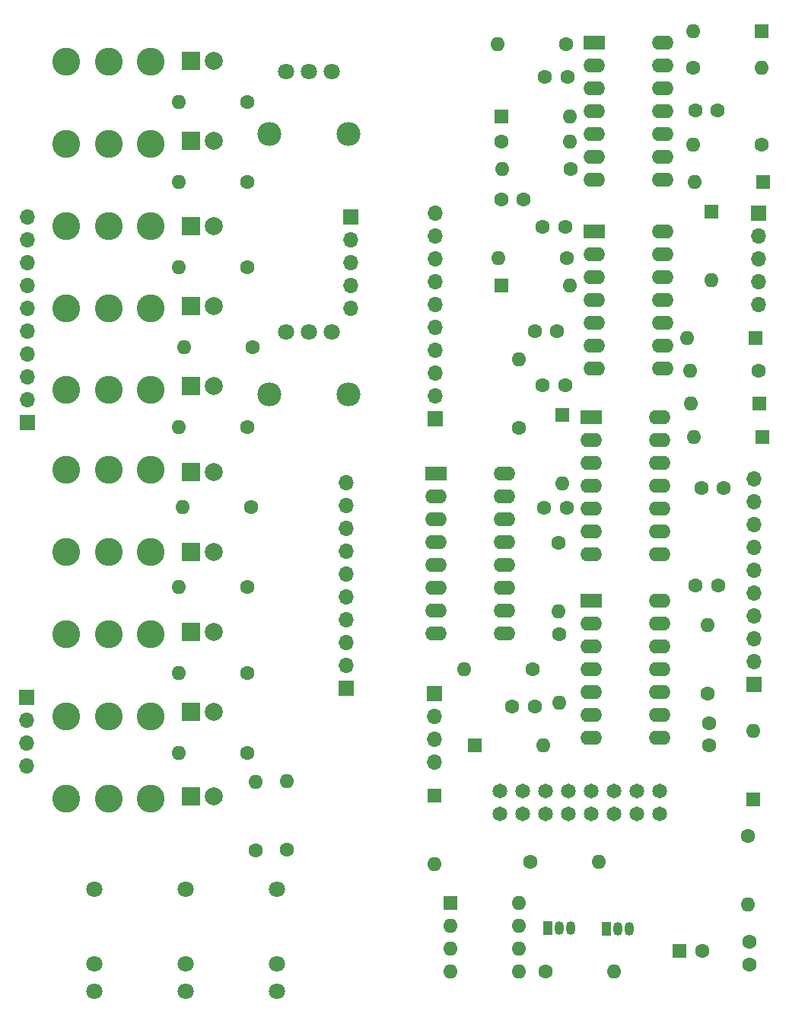
<source format=gbr>
%TF.GenerationSoftware,KiCad,Pcbnew,7.0.9-7.0.9~ubuntu22.04.1*%
%TF.CreationDate,2024-01-18T19:04:47-05:00*%
%TF.ProjectId,deca-ring-counter,64656361-2d72-4696-9e67-2d636f756e74,rev?*%
%TF.SameCoordinates,Original*%
%TF.FileFunction,Soldermask,Top*%
%TF.FilePolarity,Negative*%
%FSLAX46Y46*%
G04 Gerber Fmt 4.6, Leading zero omitted, Abs format (unit mm)*
G04 Created by KiCad (PCBNEW 7.0.9-7.0.9~ubuntu22.04.1) date 2024-01-18 19:04:47*
%MOMM*%
%LPD*%
G01*
G04 APERTURE LIST*
%ADD10R,1.050000X1.500000*%
%ADD11O,1.050000X1.500000*%
%ADD12C,1.600000*%
%ADD13O,1.600000X1.600000*%
%ADD14C,2.000000*%
%ADD15R,2.000000X2.000000*%
%ADD16R,1.600000X1.600000*%
%ADD17C,1.800000*%
%ADD18C,3.100000*%
%ADD19R,1.700000X1.700000*%
%ADD20O,1.700000X1.700000*%
%ADD21R,2.400000X1.600000*%
%ADD22O,2.400000X1.600000*%
%ADD23C,2.667000*%
%ADD24C,1.803400*%
%ADD25C,1.651000*%
G04 APERTURE END LIST*
D10*
%TO.C,Q2*%
X144730000Y-141060000D03*
D11*
X146000000Y-141060000D03*
X147270000Y-141060000D03*
%TD*%
D12*
%TO.C,R8*%
X136290000Y-133600000D03*
D13*
X143910000Y-133600000D03*
%TD*%
D12*
%TO.C,R6*%
X162000000Y-53900000D03*
D13*
X154380000Y-53900000D03*
%TD*%
D12*
%TO.C,C8*%
X136793000Y-74616000D03*
X139293000Y-74616000D03*
%TD*%
D14*
%TO.C,D20*%
X101055000Y-116995000D03*
D15*
X98515000Y-116995000D03*
%TD*%
D16*
%TO.C,D5*%
X161810000Y-82700000D03*
D13*
X154190000Y-82700000D03*
%TD*%
D12*
%TO.C,R7*%
X140349000Y-66488000D03*
D13*
X132729000Y-66488000D03*
%TD*%
D16*
%TO.C,D22*%
X156400000Y-61300000D03*
D13*
X156400000Y-68920000D03*
%TD*%
D12*
%TO.C,C12*%
X140350000Y-94300000D03*
X137850000Y-94300000D03*
%TD*%
D13*
%TO.C,R22*%
X97158860Y-121514000D03*
D12*
X104778860Y-121514000D03*
%TD*%
D17*
%TO.C,J1*%
X87810000Y-136657000D03*
X87810000Y-144957000D03*
X87810000Y-148057000D03*
%TD*%
D16*
%TO.C,D11*%
X125600000Y-126290000D03*
D13*
X125600000Y-133910000D03*
%TD*%
D14*
%TO.C,D15*%
X101055000Y-71811252D03*
D15*
X98515000Y-71811252D03*
%TD*%
D13*
%TO.C,R19*%
X97569000Y-94209000D03*
D12*
X105189000Y-94209000D03*
%TD*%
D13*
%TO.C,R20*%
X97158860Y-103099000D03*
D12*
X104778860Y-103099000D03*
%TD*%
D16*
%TO.C,D7*%
X130090000Y-120700000D03*
D13*
X137710000Y-120700000D03*
%TD*%
D18*
%TO.C,SW4*%
X94058860Y-72057000D03*
X89358860Y-72057000D03*
X84658860Y-72057000D03*
%TD*%
%TO.C,SW1*%
X94058860Y-44679000D03*
X89358860Y-44679000D03*
X84658860Y-44679000D03*
%TD*%
D14*
%TO.C,D12*%
X101055000Y-44527000D03*
D15*
X98515000Y-44527000D03*
%TD*%
D16*
%TO.C,D10*%
X133110000Y-69536000D03*
D13*
X140730000Y-69536000D03*
%TD*%
D14*
%TO.C,D19*%
X101055000Y-108027000D03*
D15*
X98515000Y-108027000D03*
%TD*%
D17*
%TO.C,J2*%
X97960000Y-136657000D03*
X97960000Y-144957000D03*
X97960000Y-148057000D03*
%TD*%
D12*
%TO.C,R2*%
X140310000Y-42700000D03*
D13*
X132690000Y-42700000D03*
%TD*%
D19*
%TO.C,J5*%
X125590000Y-114927531D03*
D20*
X125590000Y-117467531D03*
X125590000Y-120007531D03*
X125590000Y-122547531D03*
%TD*%
D18*
%TO.C,SW8*%
X94058860Y-108319500D03*
X89358860Y-108319500D03*
X84658860Y-108319500D03*
%TD*%
D21*
%TO.C,U3*%
X143400000Y-63560000D03*
D22*
X143400000Y-66100000D03*
X143400000Y-68640000D03*
X143400000Y-71180000D03*
X143400000Y-73720000D03*
X143400000Y-76260000D03*
X143400000Y-78800000D03*
X151020000Y-78800000D03*
X151020000Y-76260000D03*
X151020000Y-73720000D03*
X151020000Y-71180000D03*
X151020000Y-68640000D03*
X151020000Y-66100000D03*
X151020000Y-63560000D03*
%TD*%
D19*
%TO.C,J10*%
X161180000Y-113891643D03*
D20*
X161180000Y-111351643D03*
X161180000Y-108811643D03*
X161180000Y-106271643D03*
X161180000Y-103731643D03*
X161180000Y-101191643D03*
X161180000Y-98651643D03*
X161180000Y-96111643D03*
X161180000Y-93571643D03*
X161180000Y-91031643D03*
%TD*%
D12*
%TO.C,C3*%
X156200000Y-120700000D03*
X156200000Y-118200000D03*
%TD*%
D14*
%TO.C,D18*%
X101055000Y-99137000D03*
D15*
X98515000Y-99137000D03*
%TD*%
D12*
%TO.C,C2*%
X140434000Y-46312000D03*
X137934000Y-46312000D03*
%TD*%
D13*
%TO.C,R23*%
X105758860Y-124769000D03*
D12*
X105758860Y-132389000D03*
%TD*%
D19*
%TO.C,J8*%
X125700000Y-84371643D03*
D20*
X125700000Y-81831643D03*
X125700000Y-79291643D03*
X125700000Y-76751643D03*
X125700000Y-74211643D03*
X125700000Y-71671643D03*
X125700000Y-69131643D03*
X125700000Y-66591643D03*
X125700000Y-64051643D03*
X125700000Y-61511643D03*
%TD*%
D16*
%TO.C,D2*%
X162210000Y-58000000D03*
D13*
X154590000Y-58000000D03*
%TD*%
D16*
%TO.C,D1*%
X133110000Y-50740000D03*
D13*
X140730000Y-50740000D03*
%TD*%
D18*
%TO.C,SW6*%
X94058860Y-90067500D03*
X89358860Y-90067500D03*
X84658860Y-90067500D03*
%TD*%
D12*
%TO.C,C4*%
X135534000Y-59962000D03*
X133034000Y-59962000D03*
%TD*%
D18*
%TO.C,SW3*%
X94058860Y-62931000D03*
X89358860Y-62931000D03*
X84658860Y-62931000D03*
%TD*%
D13*
%TO.C,R15*%
X97158860Y-58014000D03*
D12*
X104778860Y-58014000D03*
%TD*%
D13*
%TO.C,R16*%
X97158860Y-67539000D03*
D12*
X104778860Y-67539000D03*
%TD*%
D14*
%TO.C,D17*%
X101055000Y-90247000D03*
D15*
X98515000Y-90247000D03*
%TD*%
D18*
%TO.C,SW7*%
X94058860Y-99193500D03*
X89358860Y-99193500D03*
X84658860Y-99193500D03*
%TD*%
D16*
%TO.C,U4*%
X127420000Y-138247531D03*
D13*
X127420000Y-140787531D03*
X127420000Y-143327531D03*
X127420000Y-145867531D03*
X135040000Y-145867531D03*
X135040000Y-143327531D03*
X135040000Y-140787531D03*
X135040000Y-138247531D03*
%TD*%
D17*
%TO.C,J3*%
X108110000Y-136657000D03*
X108110000Y-144957000D03*
X108110000Y-148057000D03*
%TD*%
D18*
%TO.C,SW9*%
X94058860Y-117445500D03*
X89358860Y-117445500D03*
X84658860Y-117445500D03*
%TD*%
D23*
%TO.C,RV2*%
X107255000Y-52729000D03*
X116043400Y-52729000D03*
D24*
X109109200Y-45718600D03*
X111649200Y-45718600D03*
X114189200Y-45718600D03*
%TD*%
D12*
%TO.C,C10*%
X140184000Y-80612000D03*
X137684000Y-80612000D03*
%TD*%
D21*
%TO.C,U2*%
X125800000Y-90440000D03*
D22*
X125800000Y-92980000D03*
X125800000Y-95520000D03*
X125800000Y-98060000D03*
X125800000Y-100600000D03*
X125800000Y-103140000D03*
X125800000Y-105680000D03*
X125800000Y-108220000D03*
X133420000Y-108220000D03*
X133420000Y-105680000D03*
X133420000Y-103140000D03*
X133420000Y-100600000D03*
X133420000Y-98060000D03*
X133420000Y-95520000D03*
X133420000Y-92980000D03*
X133420000Y-90440000D03*
%TD*%
D10*
%TO.C,Q1*%
X138230000Y-140960000D03*
D11*
X139500000Y-140960000D03*
X140770000Y-140960000D03*
%TD*%
D12*
%TO.C,C6*%
X157150000Y-50100000D03*
X154650000Y-50100000D03*
%TD*%
%TO.C,R24*%
X137990000Y-145800000D03*
D13*
X145610000Y-145800000D03*
%TD*%
D12*
%TO.C,R3*%
X156000000Y-114920000D03*
D13*
X156000000Y-107300000D03*
%TD*%
D18*
%TO.C,SW2*%
X94058860Y-53805000D03*
X89358860Y-53805000D03*
X84658860Y-53805000D03*
%TD*%
D12*
%TO.C,R1*%
X139500000Y-108290000D03*
D13*
X139500000Y-115910000D03*
%TD*%
%TO.C,R14*%
X97158860Y-49124000D03*
D12*
X104778860Y-49124000D03*
%TD*%
%TO.C,R13*%
X133110000Y-53534000D03*
D13*
X140730000Y-53534000D03*
%TD*%
D16*
%TO.C,D6*%
X161320000Y-75400000D03*
D13*
X153700000Y-75400000D03*
%TD*%
%TO.C,R18*%
X97158860Y-85319000D03*
D12*
X104778860Y-85319000D03*
%TD*%
%TO.C,R10*%
X135034000Y-85362000D03*
D13*
X135034000Y-77742000D03*
%TD*%
D16*
%TO.C,D3*%
X162010000Y-41300000D03*
D13*
X154390000Y-41300000D03*
%TD*%
D12*
%TO.C,R5*%
X136510000Y-112200000D03*
D13*
X128890000Y-112200000D03*
%TD*%
D12*
%TO.C,R4*%
X140754000Y-56582000D03*
D13*
X133134000Y-56582000D03*
%TD*%
D14*
%TO.C,D13*%
X101055000Y-53417000D03*
D15*
X98515000Y-53417000D03*
%TD*%
D12*
%TO.C,C7*%
X140184000Y-63012000D03*
X137684000Y-63012000D03*
%TD*%
%TO.C,C13*%
X160700000Y-145050000D03*
X160700000Y-142550000D03*
%TD*%
%TO.C,R25*%
X161700000Y-79000000D03*
D13*
X154080000Y-79000000D03*
%TD*%
D14*
%TO.C,D14*%
X101055000Y-62942000D03*
D15*
X98515000Y-62942000D03*
%TD*%
D23*
%TO.C,RV1*%
X107255000Y-81685000D03*
X116043400Y-81685000D03*
D24*
X109109200Y-74674600D03*
X111649200Y-74674600D03*
X114189200Y-74674600D03*
%TD*%
D13*
%TO.C,R26*%
X109188860Y-124685112D03*
D12*
X109188860Y-132305112D03*
%TD*%
D13*
%TO.C,R17*%
X97793860Y-76429000D03*
D12*
X105413860Y-76429000D03*
%TD*%
D18*
%TO.C,SW5*%
X94058860Y-81183000D03*
X89358860Y-81183000D03*
X84658860Y-81183000D03*
%TD*%
%TO.C,SW10*%
X94058860Y-126571500D03*
X89358860Y-126571500D03*
X84658860Y-126571500D03*
%TD*%
D14*
%TO.C,D16*%
X101055000Y-80722000D03*
D15*
X98515000Y-80722000D03*
%TD*%
D19*
%TO.C,J9*%
X161710000Y-61539531D03*
D20*
X161710000Y-64079531D03*
X161710000Y-66619531D03*
X161710000Y-69159531D03*
X161710000Y-71699531D03*
%TD*%
D16*
%TO.C,D8*%
X161100000Y-126700000D03*
D13*
X161100000Y-119080000D03*
%TD*%
D12*
%TO.C,C5*%
X134300000Y-116400000D03*
X136800000Y-116400000D03*
%TD*%
%TO.C,R12*%
X139400000Y-98190000D03*
D13*
X139400000Y-105810000D03*
%TD*%
D12*
%TO.C,C11*%
X155300000Y-92100000D03*
X157800000Y-92100000D03*
%TD*%
%TO.C,R11*%
X160500000Y-130790000D03*
D13*
X160500000Y-138410000D03*
%TD*%
%TO.C,R21*%
X97158860Y-112624000D03*
D12*
X104778860Y-112624000D03*
%TD*%
D16*
%TO.C,D4*%
X139820000Y-83930000D03*
D13*
X139820000Y-91550000D03*
%TD*%
D21*
%TO.C,U1*%
X143100000Y-104600000D03*
D22*
X143100000Y-107140000D03*
X143100000Y-109680000D03*
X143100000Y-112220000D03*
X143100000Y-114760000D03*
X143100000Y-117300000D03*
X143100000Y-119840000D03*
X150720000Y-119840000D03*
X150720000Y-117300000D03*
X150720000Y-114760000D03*
X150720000Y-112220000D03*
X150720000Y-109680000D03*
X150720000Y-107140000D03*
X150720000Y-104600000D03*
%TD*%
D21*
%TO.C,U8*%
X143100000Y-84200000D03*
D22*
X143100000Y-86740000D03*
X143100000Y-89280000D03*
X143100000Y-91820000D03*
X143100000Y-94360000D03*
X143100000Y-96900000D03*
X143100000Y-99440000D03*
X150720000Y-99440000D03*
X150720000Y-96900000D03*
X150720000Y-94360000D03*
X150720000Y-91820000D03*
X150720000Y-89280000D03*
X150720000Y-86740000D03*
X150720000Y-84200000D03*
%TD*%
D12*
%TO.C,C1*%
X154700000Y-102900000D03*
X157200000Y-102900000D03*
%TD*%
%TO.C,R9*%
X154400000Y-45300000D03*
D13*
X162020000Y-45300000D03*
%TD*%
D14*
%TO.C,D21*%
X101055000Y-126315000D03*
D15*
X98515000Y-126315000D03*
%TD*%
D21*
%TO.C,U6*%
X143400000Y-42500000D03*
D22*
X143400000Y-45040000D03*
X143400000Y-47580000D03*
X143400000Y-50120000D03*
X143400000Y-52660000D03*
X143400000Y-55200000D03*
X143400000Y-57740000D03*
X151020000Y-57740000D03*
X151020000Y-55200000D03*
X151020000Y-52660000D03*
X151020000Y-50120000D03*
X151020000Y-47580000D03*
X151020000Y-45040000D03*
X151020000Y-42500000D03*
%TD*%
D16*
%TO.C,D9*%
X162110000Y-86400000D03*
D13*
X154490000Y-86400000D03*
%TD*%
D16*
%TO.C,C9*%
X152900000Y-143500000D03*
D12*
X155400000Y-143500000D03*
%TD*%
D20*
%TO.C,J7*%
X80218860Y-122941000D03*
X80218860Y-120401000D03*
X80218860Y-117861000D03*
D19*
X80218860Y-115321000D03*
%TD*%
D20*
%TO.C,J4*%
X80297000Y-61951000D03*
X80297000Y-64491000D03*
X80297000Y-67031000D03*
X80297000Y-69571000D03*
X80297000Y-72111000D03*
X80297000Y-74651000D03*
X80297000Y-77191000D03*
X80297000Y-79731000D03*
X80297000Y-82271000D03*
D19*
X80297000Y-84811000D03*
%TD*%
D20*
%TO.C,J11*%
X115808860Y-91471000D03*
X115808860Y-94011000D03*
X115808860Y-96551000D03*
X115808860Y-99091000D03*
X115808860Y-101631000D03*
X115808860Y-104171000D03*
X115808860Y-106711000D03*
X115808860Y-109251000D03*
X115808860Y-111791000D03*
D19*
X115808860Y-114331000D03*
%TD*%
D20*
%TO.C,J6*%
X116338860Y-72093000D03*
X116338860Y-69553000D03*
X116338860Y-67013000D03*
X116338860Y-64473000D03*
D19*
X116338860Y-61933000D03*
%TD*%
D25*
%TO.C,H2*%
X150660000Y-128340000D03*
X150660000Y-125800000D03*
X148120000Y-128340000D03*
X148120000Y-125800000D03*
X145580000Y-128340000D03*
X145580000Y-125800000D03*
X143040000Y-128340000D03*
X143040000Y-125800000D03*
X140500000Y-128340000D03*
X140500000Y-125800000D03*
X137960000Y-128340000D03*
X137960000Y-125800000D03*
X135420000Y-128340000D03*
X135420000Y-125800000D03*
X132880000Y-128340000D03*
X132880000Y-125800000D03*
%TD*%
M02*

</source>
